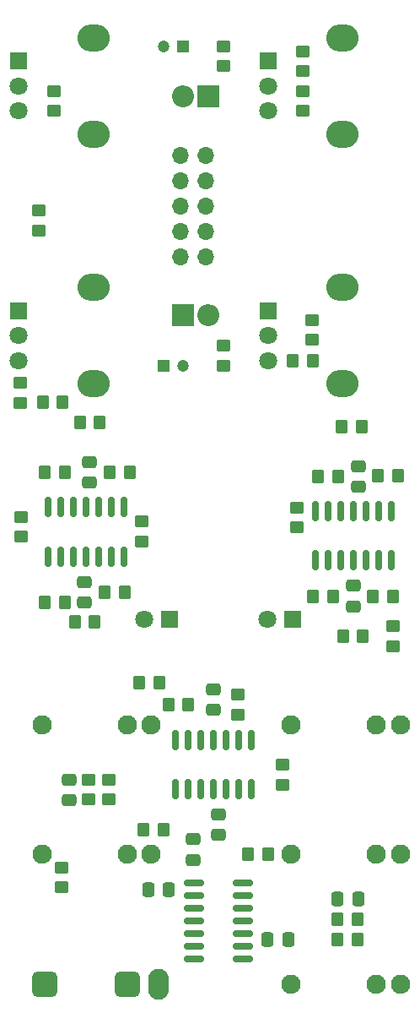
<source format=gbr>
%TF.GenerationSoftware,KiCad,Pcbnew,8.0.3-8.0.3-0~ubuntu22.04.1*%
%TF.CreationDate,2024-07-16T20:33:03+02:00*%
%TF.ProjectId,VCA_Panner,5643415f-5061-46e6-9e65-722e6b696361,rev?*%
%TF.SameCoordinates,Original*%
%TF.FileFunction,Soldermask,Bot*%
%TF.FilePolarity,Negative*%
%FSLAX46Y46*%
G04 Gerber Fmt 4.6, Leading zero omitted, Abs format (unit mm)*
G04 Created by KiCad (PCBNEW 8.0.3-8.0.3-0~ubuntu22.04.1) date 2024-07-16 20:33:03*
%MOMM*%
%LPD*%
G01*
G04 APERTURE LIST*
G04 Aperture macros list*
%AMRoundRect*
0 Rectangle with rounded corners*
0 $1 Rounding radius*
0 $2 $3 $4 $5 $6 $7 $8 $9 X,Y pos of 4 corners*
0 Add a 4 corners polygon primitive as box body*
4,1,4,$2,$3,$4,$5,$6,$7,$8,$9,$2,$3,0*
0 Add four circle primitives for the rounded corners*
1,1,$1+$1,$2,$3*
1,1,$1+$1,$4,$5*
1,1,$1+$1,$6,$7*
1,1,$1+$1,$8,$9*
0 Add four rect primitives between the rounded corners*
20,1,$1+$1,$2,$3,$4,$5,0*
20,1,$1+$1,$4,$5,$6,$7,0*
20,1,$1+$1,$6,$7,$8,$9,0*
20,1,$1+$1,$8,$9,$2,$3,0*%
G04 Aperture macros list end*
%ADD10RoundRect,0.250000X0.450000X-0.350000X0.450000X0.350000X-0.450000X0.350000X-0.450000X-0.350000X0*%
%ADD11C,1.930400*%
%ADD12RoundRect,0.150000X-0.825000X-0.150000X0.825000X-0.150000X0.825000X0.150000X-0.825000X0.150000X0*%
%ADD13RoundRect,0.650000X0.650000X-0.650000X0.650000X0.650000X-0.650000X0.650000X-0.650000X-0.650000X0*%
%ADD14O,2.100000X3.100000*%
%ADD15O,3.240000X2.720000*%
%ADD16R,1.800000X1.800000*%
%ADD17C,1.800000*%
%ADD18RoundRect,0.250000X-0.450000X0.350000X-0.450000X-0.350000X0.450000X-0.350000X0.450000X0.350000X0*%
%ADD19RoundRect,0.250000X0.350000X0.450000X-0.350000X0.450000X-0.350000X-0.450000X0.350000X-0.450000X0*%
%ADD20RoundRect,0.250000X-0.337500X-0.475000X0.337500X-0.475000X0.337500X0.475000X-0.337500X0.475000X0*%
%ADD21RoundRect,0.250000X-0.350000X-0.450000X0.350000X-0.450000X0.350000X0.450000X-0.350000X0.450000X0*%
%ADD22R,1.200000X1.200000*%
%ADD23C,1.200000*%
%ADD24RoundRect,0.250000X0.337500X0.475000X-0.337500X0.475000X-0.337500X-0.475000X0.337500X-0.475000X0*%
%ADD25RoundRect,0.250000X0.475000X-0.337500X0.475000X0.337500X-0.475000X0.337500X-0.475000X-0.337500X0*%
%ADD26O,1.700000X1.700000*%
%ADD27RoundRect,0.250000X-0.475000X0.337500X-0.475000X-0.337500X0.475000X-0.337500X0.475000X0.337500X0*%
%ADD28RoundRect,0.150000X0.150000X-0.825000X0.150000X0.825000X-0.150000X0.825000X-0.150000X-0.825000X0*%
%ADD29R,2.200000X2.200000*%
%ADD30O,2.200000X2.200000*%
G04 APERTURE END LIST*
D10*
%TO.C,R47*%
X113787300Y-146300000D03*
X113787300Y-148300000D03*
%TD*%
D11*
%TO.C,J3*%
X122787300Y-145000000D03*
X111814500Y-145000000D03*
X120374300Y-145000000D03*
%TD*%
D12*
%TO.C,U1*%
X127050000Y-155465000D03*
X127050000Y-154195000D03*
X127050000Y-152925000D03*
X127050000Y-151655000D03*
X127050000Y-150385000D03*
X127050000Y-149115000D03*
X127050000Y-147845000D03*
X132000000Y-147845000D03*
X132000000Y-149115000D03*
X132000000Y-150385000D03*
X132000000Y-151655000D03*
X132000000Y-152925000D03*
X132000000Y-154195000D03*
X132000000Y-155465000D03*
%TD*%
D13*
%TO.C,J5*%
X120392700Y-158000000D03*
D14*
X123492700Y-158000000D03*
D13*
X112092700Y-158000000D03*
%TD*%
D15*
%TO.C,RV2*%
X142000000Y-63200000D03*
X142000000Y-72800000D03*
D16*
X134500000Y-65500000D03*
D17*
X134500000Y-68000000D03*
X134500000Y-70500000D03*
%TD*%
D16*
%TO.C,D8*%
X136975000Y-121450000D03*
D17*
X134435000Y-121450000D03*
%TD*%
D15*
%TO.C,RV3*%
X117000000Y-88200000D03*
X117000000Y-97800000D03*
D16*
X109500000Y-90500000D03*
D17*
X109500000Y-93000000D03*
X109500000Y-95500000D03*
%TD*%
D11*
%TO.C,J2*%
X147778500Y-132000000D03*
X136805700Y-132000000D03*
X145365500Y-132000000D03*
%TD*%
D16*
%TO.C,D6*%
X124600000Y-121450000D03*
D17*
X122060000Y-121450000D03*
%TD*%
D11*
%TO.C,J4*%
X147778500Y-145000000D03*
X136805700Y-145000000D03*
X145365500Y-145000000D03*
%TD*%
%TO.C,J6*%
X147778500Y-158000000D03*
X136805700Y-158000000D03*
X145365500Y-158000000D03*
%TD*%
D15*
%TO.C,RV4*%
X142000000Y-88200000D03*
X142000000Y-97800000D03*
D16*
X134500000Y-90500000D03*
D17*
X134500000Y-93000000D03*
X134500000Y-95500000D03*
%TD*%
D11*
%TO.C,J1*%
X122765800Y-132000000D03*
X111793000Y-132000000D03*
X120352800Y-132000000D03*
%TD*%
D15*
%TO.C,RV1*%
X117000000Y-63200000D03*
X117000000Y-72800000D03*
D16*
X109500000Y-65500000D03*
D17*
X109500000Y-68000000D03*
X109500000Y-70500000D03*
%TD*%
D18*
%TO.C,R8*%
X131500000Y-129000000D03*
X131500000Y-131000000D03*
%TD*%
D19*
%TO.C,R30*%
X143922500Y-102127500D03*
X141922500Y-102127500D03*
%TD*%
D20*
%TO.C,C12*%
X122462500Y-148500000D03*
X124537500Y-148500000D03*
%TD*%
D18*
%TO.C,R10*%
X147022500Y-122127500D03*
X147022500Y-124127500D03*
%TD*%
D21*
%TO.C,R38*%
X124500000Y-130000000D03*
X126500000Y-130000000D03*
%TD*%
D22*
%TO.C,C5*%
X124000000Y-96000000D03*
D23*
X126000000Y-96000000D03*
%TD*%
D21*
%TO.C,R15*%
X115100000Y-121712500D03*
X117100000Y-121712500D03*
%TD*%
D24*
%TO.C,C13*%
X136537500Y-153500000D03*
X134462500Y-153500000D03*
%TD*%
D10*
%TO.C,R37*%
X136000000Y-138000000D03*
X136000000Y-136000000D03*
%TD*%
D19*
%TO.C,R11*%
X120100000Y-118712500D03*
X118100000Y-118712500D03*
%TD*%
D21*
%TO.C,R2*%
X132500000Y-145000000D03*
X134500000Y-145000000D03*
%TD*%
D25*
%TO.C,C1*%
X127000000Y-145537500D03*
X127000000Y-143462500D03*
%TD*%
%TO.C,C2*%
X114500000Y-139575000D03*
X114500000Y-137500000D03*
%TD*%
D19*
%TO.C,R32*%
X147522500Y-107077500D03*
X145522500Y-107077500D03*
%TD*%
D26*
%TO.C,J7*%
X125730000Y-85080000D03*
X128270000Y-85080000D03*
X125730000Y-82540000D03*
X128270000Y-82540000D03*
X125730000Y-80000000D03*
X128270000Y-80000000D03*
X125730000Y-77460000D03*
X128270000Y-77460000D03*
X125730000Y-74920000D03*
X128270000Y-74920000D03*
%TD*%
D21*
%TO.C,R20*%
X139022500Y-119127500D03*
X141022500Y-119127500D03*
%TD*%
%TO.C,R16*%
X142022500Y-123127500D03*
X144022500Y-123127500D03*
%TD*%
D10*
%TO.C,R4*%
X121800000Y-113650000D03*
X121800000Y-111650000D03*
%TD*%
D21*
%TO.C,R28*%
X139522500Y-107127500D03*
X141522500Y-107127500D03*
%TD*%
%TO.C,R27*%
X112100000Y-106712500D03*
X114100000Y-106712500D03*
%TD*%
D18*
%TO.C,R21*%
X109702500Y-111175000D03*
X109702500Y-113175000D03*
%TD*%
D27*
%TO.C,C10*%
X129500000Y-140962500D03*
X129500000Y-143037500D03*
%TD*%
D10*
%TO.C,R5*%
X138000000Y-70500000D03*
X138000000Y-68500000D03*
%TD*%
D18*
%TO.C,R13*%
X116500000Y-137500000D03*
X116500000Y-139500000D03*
%TD*%
D19*
%TO.C,R14*%
X143500000Y-151500000D03*
X141500000Y-151500000D03*
%TD*%
D10*
%TO.C,R3*%
X113000000Y-70500000D03*
X113000000Y-68500000D03*
%TD*%
D19*
%TO.C,R34*%
X123600000Y-127750000D03*
X121600000Y-127750000D03*
%TD*%
D18*
%TO.C,R17*%
X118500000Y-137500000D03*
X118500000Y-139500000D03*
%TD*%
%TO.C,R35*%
X130000000Y-64000000D03*
X130000000Y-66000000D03*
%TD*%
D28*
%TO.C,U2*%
X132810000Y-138475000D03*
X131540000Y-138475000D03*
X130270000Y-138475000D03*
X129000000Y-138475000D03*
X127730000Y-138475000D03*
X126460000Y-138475000D03*
X125190000Y-138475000D03*
X125190000Y-133525000D03*
X126460000Y-133525000D03*
X127730000Y-133525000D03*
X129000000Y-133525000D03*
X130270000Y-133525000D03*
X131540000Y-133525000D03*
X132810000Y-133525000D03*
%TD*%
D22*
%TO.C,C4*%
X126000000Y-64000000D03*
D23*
X124000000Y-64000000D03*
%TD*%
D18*
%TO.C,R9*%
X111500000Y-80500000D03*
X111500000Y-82500000D03*
%TD*%
D20*
%TO.C,C3*%
X141462500Y-149500000D03*
X143537500Y-149500000D03*
%TD*%
D27*
%TO.C,C9*%
X116600000Y-105675000D03*
X116600000Y-107750000D03*
%TD*%
D19*
%TO.C,R31*%
X120600000Y-106712500D03*
X118600000Y-106712500D03*
%TD*%
%TO.C,R18*%
X143500000Y-153500000D03*
X141500000Y-153500000D03*
%TD*%
D27*
%TO.C,C7*%
X143560000Y-106090000D03*
X143560000Y-108165000D03*
%TD*%
D18*
%TO.C,R36*%
X130000000Y-94000000D03*
X130000000Y-96000000D03*
%TD*%
D19*
%TO.C,R12*%
X147022500Y-119127500D03*
X145022500Y-119127500D03*
%TD*%
D18*
%TO.C,R23*%
X109600000Y-97750000D03*
X109600000Y-99750000D03*
%TD*%
D10*
%TO.C,R26*%
X138900000Y-93450000D03*
X138900000Y-91450000D03*
%TD*%
%TO.C,R6*%
X138000000Y-66500000D03*
X138000000Y-64500000D03*
%TD*%
D27*
%TO.C,C11*%
X129000000Y-128462500D03*
X129000000Y-130537500D03*
%TD*%
D21*
%TO.C,R19*%
X112100000Y-119712500D03*
X114100000Y-119712500D03*
%TD*%
D19*
%TO.C,R29*%
X117600000Y-101712500D03*
X115600000Y-101712500D03*
%TD*%
D29*
%TO.C,D3*%
X128540000Y-69000000D03*
D30*
X126000000Y-69000000D03*
%TD*%
D29*
%TO.C,D4*%
X126000000Y-91000000D03*
D30*
X128540000Y-91000000D03*
%TD*%
D18*
%TO.C,R22*%
X137400000Y-110250000D03*
X137400000Y-112250000D03*
%TD*%
D27*
%TO.C,C6*%
X116100000Y-117675000D03*
X116100000Y-119750000D03*
%TD*%
D21*
%TO.C,R25*%
X137000000Y-95500000D03*
X139000000Y-95500000D03*
%TD*%
%TO.C,R7*%
X122000000Y-142500000D03*
X124000000Y-142500000D03*
%TD*%
D27*
%TO.C,C8*%
X143060000Y-118090000D03*
X143060000Y-120165000D03*
%TD*%
D28*
%TO.C,U3*%
X120012500Y-115150000D03*
X118742500Y-115150000D03*
X117472500Y-115150000D03*
X116202500Y-115150000D03*
X114932500Y-115150000D03*
X113662500Y-115150000D03*
X112392500Y-115150000D03*
X112392500Y-110200000D03*
X113662500Y-110200000D03*
X114932500Y-110200000D03*
X116202500Y-110200000D03*
X117472500Y-110200000D03*
X118742500Y-110200000D03*
X120012500Y-110200000D03*
%TD*%
D21*
%TO.C,R24*%
X111900000Y-99650000D03*
X113900000Y-99650000D03*
%TD*%
D28*
%TO.C,U4*%
X146910000Y-115525000D03*
X145640000Y-115525000D03*
X144370000Y-115525000D03*
X143100000Y-115525000D03*
X141830000Y-115525000D03*
X140560000Y-115525000D03*
X139290000Y-115525000D03*
X139290000Y-110575000D03*
X140560000Y-110575000D03*
X141830000Y-110575000D03*
X143100000Y-110575000D03*
X144370000Y-110575000D03*
X145640000Y-110575000D03*
X146910000Y-110575000D03*
%TD*%
M02*

</source>
